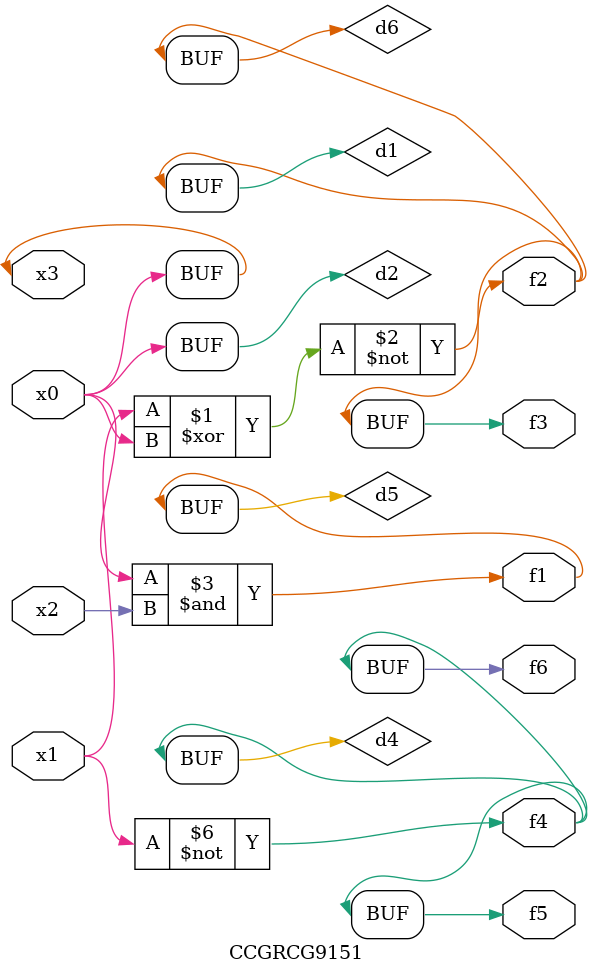
<source format=v>
module CCGRCG9151(
	input x0, x1, x2, x3,
	output f1, f2, f3, f4, f5, f6
);

	wire d1, d2, d3, d4, d5, d6;

	xnor (d1, x1, x3);
	buf (d2, x0, x3);
	nand (d3, x0, x2);
	not (d4, x1);
	nand (d5, d3);
	or (d6, d1);
	assign f1 = d5;
	assign f2 = d6;
	assign f3 = d6;
	assign f4 = d4;
	assign f5 = d4;
	assign f6 = d4;
endmodule

</source>
